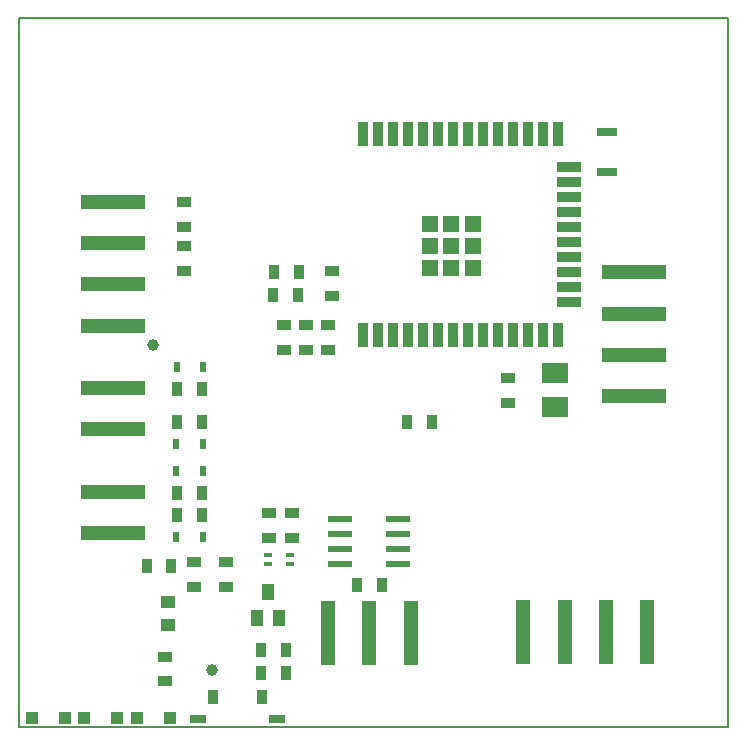
<source format=gtp>
G04*
G04 #@! TF.GenerationSoftware,Altium Limited,Altium Designer,21.2.2 (38)*
G04*
G04 Layer_Color=8421504*
%FSLAX44Y44*%
%MOMM*%
G71*
G04*
G04 #@! TF.SameCoordinates,3448E1F9-FA4A-451A-BDEC-0E7D7F7EA446*
G04*
G04*
G04 #@! TF.FilePolarity,Positive*
G04*
G01*
G75*
%ADD10C,0.2000*%
G04:AMPARAMS|DCode=23|XSize=1.97mm|YSize=0.59mm|CornerRadius=0.0738mm|HoleSize=0mm|Usage=FLASHONLY|Rotation=180.000|XOffset=0mm|YOffset=0mm|HoleType=Round|Shape=RoundedRectangle|*
%AMROUNDEDRECTD23*
21,1,1.9700,0.4425,0,0,180.0*
21,1,1.8225,0.5900,0,0,180.0*
1,1,0.1475,-0.9113,0.2213*
1,1,0.1475,0.9113,0.2213*
1,1,0.1475,0.9113,-0.2213*
1,1,0.1475,-0.9113,-0.2213*
%
%ADD23ROUNDEDRECTD23*%
%ADD24R,1.7000X0.8000*%
%ADD25R,0.9000X1.2000*%
%ADD26R,0.6250X0.8300*%
%ADD27R,1.2000X0.9000*%
%ADD28R,5.5118X1.2954*%
%ADD29R,1.2954X5.5118*%
%ADD30R,1.4500X0.8000*%
%ADD31R,0.9000X1.2700*%
%ADD32R,2.2300X1.8000*%
%ADD33R,1.0000X1.0000*%
%ADD34R,0.9000X2.0000*%
%ADD35R,2.0000X0.9000*%
%ADD36R,1.3300X1.3300*%
%ADD37R,1.2000X1.0500*%
%ADD38C,1.0000*%
%ADD39R,0.7500X0.4000*%
%ADD40R,1.0000X1.4000*%
D10*
X0Y0D02*
X600000D01*
X0D02*
Y600000D01*
X600000Y0D02*
Y600000D01*
X0D02*
X600000D01*
D23*
X320914Y138176D02*
D03*
Y150876D02*
D03*
Y163576D02*
D03*
Y176276D02*
D03*
X271414D02*
D03*
Y163576D02*
D03*
Y150876D02*
D03*
Y138176D02*
D03*
D24*
X497586Y470172D02*
D03*
Y504172D02*
D03*
D25*
X307004Y119888D02*
D03*
X286004D02*
D03*
X236814Y385318D02*
D03*
X215814D02*
D03*
X215474Y366014D02*
D03*
X236474D02*
D03*
X133940Y286512D02*
D03*
X154940D02*
D03*
X155000Y258000D02*
D03*
X134000D02*
D03*
X155000Y198302D02*
D03*
X134000D02*
D03*
Y179430D02*
D03*
X155000D02*
D03*
X108032Y136652D02*
D03*
X129032D02*
D03*
X226000Y65000D02*
D03*
X205000D02*
D03*
X226000Y45500D02*
D03*
X205000D02*
D03*
X349500Y258000D02*
D03*
X328500D02*
D03*
D26*
X155651Y305054D02*
D03*
X133401D02*
D03*
X133375Y216802D02*
D03*
X155625D02*
D03*
X155625Y160930D02*
D03*
X133375D02*
D03*
X133375Y239500D02*
D03*
X155625D02*
D03*
D27*
X139954Y444164D02*
D03*
Y423164D02*
D03*
Y386162D02*
D03*
Y407162D02*
D03*
X123952Y59690D02*
D03*
Y38690D02*
D03*
X224000Y340500D02*
D03*
Y319500D02*
D03*
X148590Y118954D02*
D03*
Y139954D02*
D03*
X175514Y118954D02*
D03*
Y139954D02*
D03*
X265430Y386080D02*
D03*
Y365080D02*
D03*
X413766Y274402D02*
D03*
Y295402D02*
D03*
X231000Y181000D02*
D03*
Y160000D02*
D03*
X211500Y181000D02*
D03*
Y160000D02*
D03*
X262000Y319499D02*
D03*
Y340500D02*
D03*
X243000D02*
D03*
Y319499D02*
D03*
D28*
X520954Y280012D02*
D03*
Y315012D02*
D03*
Y350012D02*
D03*
Y385012D02*
D03*
X80010Y164084D02*
D03*
Y199084D02*
D03*
X80036Y251968D02*
D03*
Y286968D02*
D03*
X80010Y339904D02*
D03*
Y374904D02*
D03*
Y409904D02*
D03*
Y444904D02*
D03*
D29*
X331672Y80010D02*
D03*
X296672D02*
D03*
X261672D02*
D03*
X427026Y80600D02*
D03*
X462026D02*
D03*
X497026D02*
D03*
X532026D02*
D03*
D30*
X218662Y6938D02*
D03*
X151162D02*
D03*
D31*
X205912Y25788D02*
D03*
X163912D02*
D03*
D32*
X453898Y270642D02*
D03*
Y299842D02*
D03*
D33*
X10892Y7366D02*
D03*
X38892D02*
D03*
X55342D02*
D03*
X83342D02*
D03*
X99792D02*
D03*
X127792D02*
D03*
D34*
X291000Y332150D02*
D03*
X303700D02*
D03*
X316400D02*
D03*
X329100D02*
D03*
X341800D02*
D03*
X354500D02*
D03*
X367200D02*
D03*
X379900D02*
D03*
X392600D02*
D03*
X405300D02*
D03*
X418000D02*
D03*
X430700D02*
D03*
X443400D02*
D03*
X456100D02*
D03*
Y502150D02*
D03*
X443400D02*
D03*
X430700D02*
D03*
X418000D02*
D03*
X405300D02*
D03*
X392600D02*
D03*
X379900D02*
D03*
X367200D02*
D03*
X354500D02*
D03*
X341800D02*
D03*
X329100D02*
D03*
X316400D02*
D03*
X303700D02*
D03*
X291000D02*
D03*
D35*
X466100Y360000D02*
D03*
Y372700D02*
D03*
Y385400D02*
D03*
Y398100D02*
D03*
Y410800D02*
D03*
Y423500D02*
D03*
Y436200D02*
D03*
Y448900D02*
D03*
Y461600D02*
D03*
Y474300D02*
D03*
D36*
X366000Y407150D02*
D03*
Y425500D02*
D03*
X347650D02*
D03*
Y407150D02*
D03*
Y388800D02*
D03*
X366000D02*
D03*
X384350D02*
D03*
Y407150D02*
D03*
Y425500D02*
D03*
D37*
X126246Y86682D02*
D03*
Y105682D02*
D03*
D38*
X113284Y323088D02*
D03*
X163068Y48514D02*
D03*
D39*
X210750Y138000D02*
D03*
X229250Y146000D02*
D03*
X210750D02*
D03*
X229250Y138000D02*
D03*
D40*
X211000Y114500D02*
D03*
X220500Y92500D02*
D03*
X201500D02*
D03*
M02*

</source>
